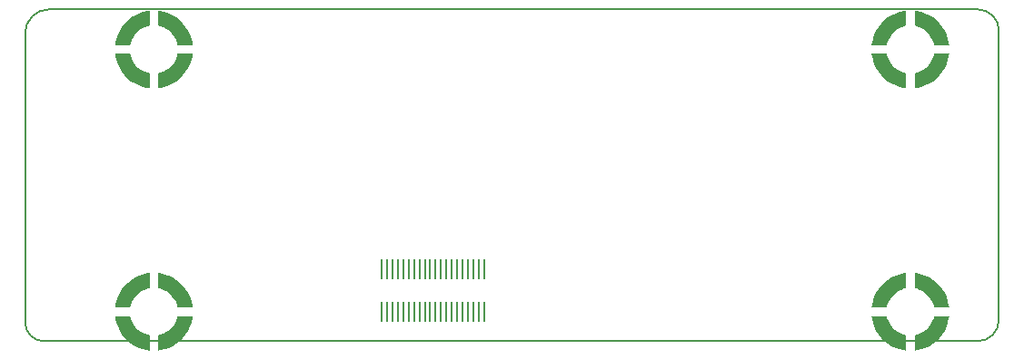
<source format=gtp>
G04*
G04 #@! TF.GenerationSoftware,Altium Limited,Altium Designer,23.0.1 (38)*
G04*
G04 Layer_Color=8421504*
%FSLAX25Y25*%
%MOIN*%
G70*
G04*
G04 #@! TF.SameCoordinates,B4ED9068-0949-4354-B78F-C4858C2F04AE*
G04*
G04*
G04 #@! TF.FilePolarity,Positive*
G04*
G01*
G75*
%ADD13C,0.00500*%
G04:AMPARAMS|DCode=14|XSize=70.87mil|YSize=9.84mil|CornerRadius=0.49mil|HoleSize=0mil|Usage=FLASHONLY|Rotation=270.000|XOffset=0mil|YOffset=0mil|HoleType=Round|Shape=RoundedRectangle|*
%AMROUNDEDRECTD14*
21,1,0.07087,0.00886,0,0,270.0*
21,1,0.06988,0.00984,0,0,270.0*
1,1,0.00098,-0.00443,-0.03494*
1,1,0.00098,-0.00443,0.03494*
1,1,0.00098,0.00443,0.03494*
1,1,0.00098,0.00443,-0.03494*
%
%ADD14ROUNDEDRECTD14*%
G36*
X942371Y607022D02*
X942372Y612569D01*
X941720Y612713D01*
X940458Y613147D01*
X939276Y613766D01*
X938201Y614556D01*
X937257Y615500D01*
X936467Y616575D01*
X935848Y617757D01*
X935414Y619019D01*
X935270Y619671D01*
Y619671D01*
X929723Y619671D01*
X929812Y618870D01*
X930168Y617298D01*
X930698Y615776D01*
X931396Y614323D01*
X932253Y612957D01*
X933257Y611697D01*
X934397Y610557D01*
X935658Y609552D01*
X937023Y608695D01*
X938476Y607997D01*
X939998Y607467D01*
X941570Y607111D01*
X942371Y607022D01*
D01*
D02*
G37*
G36*
X929723Y622822D02*
X935271Y622821D01*
X935415Y623472D01*
X935848Y624734D01*
X936467Y625917D01*
X937258Y626992D01*
X938201Y627935D01*
X939276Y628726D01*
X940458Y629345D01*
X941720Y629779D01*
X942372Y629923D01*
X942372Y629923D01*
X942372Y635470D01*
X941571Y635381D01*
X939999Y635025D01*
X938477Y634494D01*
X937024Y633797D01*
X935659Y632940D01*
X934398Y631935D01*
X933258Y630796D01*
X932254Y629535D01*
X931397Y628170D01*
X930699Y626717D01*
X930168Y625195D01*
X929812Y623623D01*
X929723Y622822D01*
Y622822D01*
D02*
G37*
G36*
X958171Y619670D02*
X952624Y619671D01*
X952480Y619019D01*
X952046Y617757D01*
X951427Y616575D01*
X950637Y615499D01*
X949693Y614556D01*
X948618Y613765D01*
X947436Y613146D01*
X946174Y612713D01*
X945522Y612569D01*
X945522Y612569D01*
X945522Y607022D01*
X946323Y607110D01*
X947895Y607466D01*
X949417Y607997D01*
X950870Y608695D01*
X952236Y609551D01*
X953496Y610556D01*
X954636Y611696D01*
X955641Y612956D01*
X956498Y614322D01*
X957196Y615774D01*
X957726Y617297D01*
X958082Y618868D01*
X958171Y619670D01*
X958171D01*
D02*
G37*
G36*
X945523Y635470D02*
X945522Y629922D01*
X946174Y629778D01*
X947436Y629345D01*
X948618Y628726D01*
X949693Y627935D01*
X950637Y626992D01*
X951427Y625917D01*
X952047Y624734D01*
X952480Y623472D01*
X952624Y622821D01*
X952624Y622821D01*
X958171Y622821D01*
X958083Y623622D01*
X957726Y625194D01*
X957196Y626716D01*
X956498Y628169D01*
X955641Y629534D01*
X954637Y630795D01*
X953497Y631934D01*
X952237Y632939D01*
X950871Y633796D01*
X949419Y634494D01*
X947896Y635025D01*
X946324Y635381D01*
X945523Y635470D01*
X945523Y635470D01*
D02*
G37*
G36*
X942371Y703478D02*
X942372Y709026D01*
X941720Y709170D01*
X940458Y709603D01*
X939276Y710222D01*
X938201Y711013D01*
X937257Y711956D01*
X936467Y713031D01*
X935848Y714214D01*
X935414Y715476D01*
X935270Y716127D01*
Y716127D01*
X929723Y716127D01*
X929812Y715326D01*
X930168Y713754D01*
X930698Y712232D01*
X931396Y710779D01*
X932253Y709414D01*
X933257Y708153D01*
X934397Y707014D01*
X935658Y706009D01*
X937023Y705152D01*
X938476Y704454D01*
X939998Y703923D01*
X941570Y703567D01*
X942371Y703478D01*
D01*
D02*
G37*
G36*
X929723Y719278D02*
X935271Y719277D01*
X935415Y719929D01*
X935848Y721191D01*
X936467Y722373D01*
X937258Y723448D01*
X938201Y724392D01*
X939276Y725182D01*
X940458Y725802D01*
X941720Y726235D01*
X942372Y726379D01*
X942372Y726379D01*
X942372Y731926D01*
X941571Y731838D01*
X939999Y731482D01*
X938477Y730951D01*
X937024Y730253D01*
X935659Y729397D01*
X934398Y728392D01*
X933258Y727252D01*
X932254Y725992D01*
X931397Y724626D01*
X930699Y723174D01*
X930168Y721652D01*
X929812Y720080D01*
X929723Y719278D01*
Y719278D01*
D02*
G37*
G36*
X958171Y716126D02*
X952624Y716127D01*
X952480Y715476D01*
X952046Y714214D01*
X951427Y713031D01*
X950637Y711956D01*
X949693Y711013D01*
X948618Y710222D01*
X947436Y709603D01*
X946174Y709169D01*
X945522Y709025D01*
X945522Y709025D01*
X945522Y703478D01*
X946323Y703567D01*
X947895Y703923D01*
X949417Y704454D01*
X950870Y705151D01*
X952236Y706008D01*
X953496Y707013D01*
X954636Y708152D01*
X955641Y709413D01*
X956498Y710778D01*
X957196Y712231D01*
X957726Y713753D01*
X958082Y715325D01*
X958171Y716126D01*
X958171D01*
D02*
G37*
G36*
X945523Y731926D02*
X945522Y726379D01*
X946174Y726235D01*
X947436Y725801D01*
X948618Y725182D01*
X949693Y724392D01*
X950637Y723448D01*
X951427Y722373D01*
X952047Y721191D01*
X952480Y719929D01*
X952624Y719277D01*
X952624Y719277D01*
X958171Y719277D01*
X958083Y720078D01*
X957726Y721650D01*
X957196Y723172D01*
X956498Y724625D01*
X955641Y725991D01*
X954637Y727251D01*
X953497Y728391D01*
X952237Y729396D01*
X950871Y730253D01*
X949419Y730951D01*
X947896Y731481D01*
X946324Y731838D01*
X945523Y731926D01*
X945523Y731926D01*
D02*
G37*
G36*
X1219930Y607022D02*
X1219932Y612569D01*
X1219279Y612713D01*
X1218017Y613147D01*
X1216835Y613766D01*
X1215760Y614556D01*
X1214817Y615500D01*
X1214026Y616575D01*
X1213407Y617757D01*
X1212973Y619019D01*
X1212829Y619671D01*
Y619671D01*
X1207282Y619671D01*
X1207371Y618870D01*
X1207727Y617298D01*
X1208257Y615776D01*
X1208955Y614323D01*
X1209812Y612957D01*
X1210817Y611697D01*
X1211956Y610557D01*
X1213217Y609552D01*
X1214582Y608695D01*
X1216035Y607997D01*
X1217557Y607467D01*
X1219129Y607111D01*
X1219930Y607022D01*
D01*
D02*
G37*
G36*
X1207282Y622822D02*
X1212830Y622821D01*
X1212974Y623472D01*
X1213407Y624734D01*
X1214026Y625917D01*
X1214817Y626992D01*
X1215760Y627935D01*
X1216835Y628726D01*
X1218017Y629345D01*
X1219279Y629779D01*
X1219931Y629923D01*
X1219931Y629923D01*
X1219932Y635470D01*
X1219130Y635381D01*
X1217558Y635025D01*
X1216036Y634494D01*
X1214583Y633797D01*
X1213218Y632940D01*
X1211957Y631935D01*
X1210817Y630796D01*
X1209813Y629535D01*
X1208956Y628170D01*
X1208258Y626717D01*
X1207727Y625195D01*
X1207371Y623623D01*
X1207282Y622822D01*
Y622822D01*
D02*
G37*
G36*
X1235730Y619670D02*
X1230183Y619671D01*
X1230039Y619019D01*
X1229605Y617757D01*
X1228986Y616575D01*
X1228196Y615499D01*
X1227252Y614556D01*
X1226177Y613765D01*
X1224995Y613146D01*
X1223733Y612713D01*
X1223081Y612569D01*
X1223081Y612569D01*
X1223081Y607022D01*
X1223882Y607110D01*
X1225454Y607466D01*
X1226976Y607997D01*
X1228429Y608695D01*
X1229795Y609551D01*
X1231055Y610556D01*
X1232195Y611696D01*
X1233200Y612956D01*
X1234057Y614322D01*
X1234755Y615774D01*
X1235285Y617297D01*
X1235641Y618868D01*
X1235730Y619670D01*
X1235730D01*
D02*
G37*
G36*
X1223082Y635470D02*
X1223081Y629922D01*
X1223733Y629778D01*
X1224995Y629345D01*
X1226177Y628726D01*
X1227252Y627935D01*
X1228196Y626992D01*
X1228986Y625917D01*
X1229606Y624734D01*
X1230039Y623472D01*
X1230183Y622821D01*
X1230183Y622821D01*
X1235730Y622821D01*
X1235642Y623622D01*
X1235286Y625194D01*
X1234755Y626716D01*
X1234057Y628169D01*
X1233201Y629534D01*
X1232196Y630795D01*
X1231056Y631934D01*
X1229796Y632939D01*
X1228430Y633796D01*
X1226978Y634494D01*
X1225455Y635025D01*
X1223883Y635381D01*
X1223082Y635470D01*
X1223082Y635470D01*
D02*
G37*
G36*
X1219930Y703478D02*
X1219932Y709026D01*
X1219279Y709170D01*
X1218017Y709603D01*
X1216835Y710222D01*
X1215760Y711013D01*
X1214817Y711956D01*
X1214026Y713031D01*
X1213407Y714214D01*
X1212973Y715476D01*
X1212829Y716127D01*
Y716127D01*
X1207282Y716127D01*
X1207371Y715326D01*
X1207727Y713754D01*
X1208257Y712232D01*
X1208955Y710779D01*
X1209812Y709414D01*
X1210817Y708153D01*
X1211956Y707014D01*
X1213217Y706009D01*
X1214582Y705152D01*
X1216035Y704454D01*
X1217557Y703923D01*
X1219129Y703567D01*
X1219930Y703478D01*
D01*
D02*
G37*
G36*
X1207282Y719278D02*
X1212830Y719277D01*
X1212974Y719929D01*
X1213407Y721191D01*
X1214026Y722373D01*
X1214817Y723448D01*
X1215760Y724392D01*
X1216835Y725182D01*
X1218017Y725802D01*
X1219279Y726235D01*
X1219931Y726379D01*
X1219931Y726379D01*
X1219932Y731926D01*
X1219130Y731838D01*
X1217558Y731482D01*
X1216036Y730951D01*
X1214583Y730253D01*
X1213218Y729397D01*
X1211957Y728392D01*
X1210817Y727252D01*
X1209813Y725992D01*
X1208956Y724626D01*
X1208258Y723174D01*
X1207727Y721652D01*
X1207371Y720080D01*
X1207282Y719278D01*
Y719278D01*
D02*
G37*
G36*
X1235730Y716126D02*
X1230183Y716127D01*
X1230039Y715476D01*
X1229605Y714214D01*
X1228986Y713031D01*
X1228196Y711956D01*
X1227252Y711013D01*
X1226177Y710222D01*
X1224995Y709603D01*
X1223733Y709169D01*
X1223081Y709025D01*
X1223081Y709025D01*
X1223081Y703478D01*
X1223882Y703567D01*
X1225454Y703923D01*
X1226976Y704454D01*
X1228429Y705151D01*
X1229795Y706008D01*
X1231055Y707013D01*
X1232195Y708152D01*
X1233200Y709413D01*
X1234057Y710778D01*
X1234755Y712231D01*
X1235285Y713753D01*
X1235641Y715325D01*
X1235730Y716126D01*
X1235730D01*
D02*
G37*
G36*
X1223082Y731926D02*
X1223081Y726379D01*
X1223733Y726235D01*
X1224995Y725801D01*
X1226177Y725182D01*
X1227252Y724392D01*
X1228196Y723448D01*
X1228986Y722373D01*
X1229606Y721191D01*
X1230039Y719929D01*
X1230183Y719277D01*
X1230184Y719277D01*
X1235730Y719277D01*
X1235642Y720078D01*
X1235286Y721650D01*
X1234755Y723172D01*
X1234057Y724625D01*
X1233201Y725991D01*
X1232196Y727251D01*
X1231056Y728391D01*
X1229796Y729396D01*
X1228430Y730253D01*
X1226978Y730951D01*
X1225455Y731481D01*
X1223883Y731838D01*
X1223082Y731926D01*
X1223082Y731926D01*
D02*
G37*
D13*
X1253987Y724592D02*
G03*
X1246113Y732466I-7874J0D01*
G01*
Y610419D02*
G03*
X1253987Y618293I0J7874D01*
G01*
X896703Y617309D02*
G03*
X903593Y610419I6890J0D01*
G01*
X905561Y732466D02*
G03*
X896703Y723608I0J-8858D01*
G01*
X1253987Y618293D02*
Y724592D01*
X905561Y732466D02*
X1246113D01*
X903593Y610419D02*
X1246113D01*
X896703Y617309D02*
Y723608D01*
D14*
X1039420Y636994D02*
D03*
X1041388D02*
D03*
X1033514D02*
D03*
Y621246D02*
D03*
X1035483Y636994D02*
D03*
X1045325D02*
D03*
X1047294D02*
D03*
Y621246D02*
D03*
X1049262Y636994D02*
D03*
Y621246D02*
D03*
X1043357Y636994D02*
D03*
X1029577D02*
D03*
X1031546D02*
D03*
X1027609D02*
D03*
Y621246D02*
D03*
X1031546D02*
D03*
X1035483D02*
D03*
X1039420D02*
D03*
X1043357D02*
D03*
X1041388D02*
D03*
X1051231D02*
D03*
X1053199D02*
D03*
X1055168D02*
D03*
X1061073D02*
D03*
X1063042D02*
D03*
X1065010D02*
D03*
X1051231Y636994D02*
D03*
X1053199D02*
D03*
X1055168D02*
D03*
X1029577Y621246D02*
D03*
X1037451D02*
D03*
X1045325D02*
D03*
X1037451Y636994D02*
D03*
X1057136D02*
D03*
X1059105D02*
D03*
X1061073D02*
D03*
X1063042D02*
D03*
X1065010D02*
D03*
X1057136Y621246D02*
D03*
X1059105D02*
D03*
M02*

</source>
